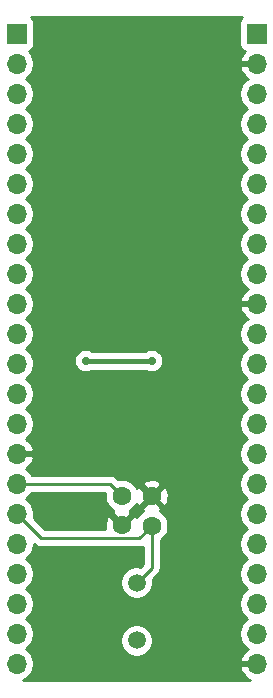
<source format=gbl>
%TF.GenerationSoftware,KiCad,Pcbnew,(5.1.7)-1*%
%TF.CreationDate,2020-11-07T21:13:55-05:00*%
%TF.ProjectId,ATmega32u4 Breakout,41546d65-6761-4333-9275-342042726561,rev?*%
%TF.SameCoordinates,Original*%
%TF.FileFunction,Copper,L2,Bot*%
%TF.FilePolarity,Positive*%
%FSLAX46Y46*%
G04 Gerber Fmt 4.6, Leading zero omitted, Abs format (unit mm)*
G04 Created by KiCad (PCBNEW (5.1.7)-1) date 2020-11-07 21:13:55*
%MOMM*%
%LPD*%
G01*
G04 APERTURE LIST*
%TA.AperFunction,ComponentPad*%
%ADD10C,1.500000*%
%TD*%
%TA.AperFunction,ComponentPad*%
%ADD11R,1.700000X1.700000*%
%TD*%
%TA.AperFunction,ComponentPad*%
%ADD12O,1.700000X1.700000*%
%TD*%
%TA.AperFunction,ComponentPad*%
%ADD13C,1.600000*%
%TD*%
%TA.AperFunction,ViaPad*%
%ADD14C,0.700000*%
%TD*%
%TA.AperFunction,ViaPad*%
%ADD15C,0.800000*%
%TD*%
%TA.AperFunction,Conductor*%
%ADD16C,0.400000*%
%TD*%
%TA.AperFunction,Conductor*%
%ADD17C,0.250000*%
%TD*%
%TA.AperFunction,Conductor*%
%ADD18C,0.254000*%
%TD*%
%TA.AperFunction,Conductor*%
%ADD19C,0.100000*%
%TD*%
G04 APERTURE END LIST*
D10*
%TO.P,Y1,1*%
%TO.N,XTAL1*%
X141986000Y-117602000D03*
%TO.P,Y1,2*%
%TO.N,XTAL2*%
X141986000Y-122482000D03*
%TD*%
D11*
%TO.P,J1,1*%
%TO.N,D7*%
X131826000Y-71120000D03*
D12*
%TO.P,J1,2*%
%TO.N,UVCC*%
X131826000Y-73660000D03*
%TO.P,J1,3*%
%TO.N,D-*%
X131826000Y-76200000D03*
%TO.P,J1,4*%
%TO.N,D+*%
X131826000Y-78740000D03*
%TO.P,J1,5*%
%TO.N,UGND*%
X131826000Y-81280000D03*
%TO.P,J1,6*%
%TO.N,UCAP*%
X131826000Y-83820000D03*
%TO.P,J1,7*%
%TO.N,VBUS*%
X131826000Y-86360000D03*
%TO.P,J1,8*%
%TO.N,PB0*%
X131826000Y-88900000D03*
%TO.P,J1,9*%
%TO.N,PB1*%
X131826000Y-91440000D03*
%TO.P,J1,10*%
%TO.N,PB2*%
X131826000Y-93980000D03*
%TO.P,J1,11*%
%TO.N,PB3*%
X131826000Y-96520000D03*
%TO.P,J1,12*%
%TO.N,PB7*%
X131826000Y-99060000D03*
%TO.P,J1,13*%
%TO.N,RESET*%
X131826000Y-101600000D03*
%TO.P,J1,14*%
%TO.N,VCC*%
X131826000Y-104140000D03*
%TO.P,J1,15*%
%TO.N,GND*%
X131826000Y-106680000D03*
%TO.P,J1,16*%
%TO.N,XTAL2*%
X131826000Y-109220000D03*
%TO.P,J1,17*%
%TO.N,XTAL1*%
X131826000Y-111760000D03*
%TO.P,J1,18*%
%TO.N,PD0*%
X131826000Y-114300000D03*
%TO.P,J1,19*%
%TO.N,PD1*%
X131826000Y-116840000D03*
%TO.P,J1,20*%
%TO.N,PD2*%
X131826000Y-119380000D03*
%TO.P,J1,21*%
%TO.N,PD3*%
X131826000Y-121920000D03*
%TO.P,J1,22*%
%TO.N,PD5*%
X131826000Y-124460000D03*
%TD*%
%TO.P,J2,22*%
%TO.N,GND*%
X152146000Y-124460000D03*
%TO.P,J2,21*%
%TO.N,AVCC*%
X152146000Y-121920000D03*
%TO.P,J2,20*%
%TO.N,PD4*%
X152146000Y-119380000D03*
%TO.P,J2,19*%
%TO.N,PD6*%
X152146000Y-116840000D03*
%TO.P,J2,18*%
%TO.N,PD7*%
X152146000Y-114300000D03*
%TO.P,J2,17*%
%TO.N,PB4*%
X152146000Y-111760000D03*
%TO.P,J2,16*%
%TO.N,PB5*%
X152146000Y-109220000D03*
%TO.P,J2,15*%
%TO.N,PB6*%
X152146000Y-106680000D03*
%TO.P,J2,14*%
%TO.N,PC6*%
X152146000Y-104140000D03*
%TO.P,J2,13*%
%TO.N,PC7*%
X152146000Y-101600000D03*
%TO.P,J2,12*%
%TO.N,PE2*%
X152146000Y-99060000D03*
%TO.P,J2,11*%
%TO.N,VCC*%
X152146000Y-96520000D03*
%TO.P,J2,10*%
%TO.N,GND*%
X152146000Y-93980000D03*
%TO.P,J2,9*%
%TO.N,PF7*%
X152146000Y-91440000D03*
%TO.P,J2,8*%
%TO.N,PF6*%
X152146000Y-88900000D03*
%TO.P,J2,7*%
%TO.N,PF5*%
X152146000Y-86360000D03*
%TO.P,J2,6*%
%TO.N,PF4*%
X152146000Y-83820000D03*
%TO.P,J2,5*%
%TO.N,PF1*%
X152146000Y-81280000D03*
%TO.P,J2,4*%
%TO.N,PF0*%
X152146000Y-78740000D03*
%TO.P,J2,3*%
%TO.N,AREF*%
X152146000Y-76200000D03*
%TO.P,J2,2*%
%TO.N,GND*%
X152146000Y-73660000D03*
D11*
%TO.P,J2,1*%
%TO.N,AVCC*%
X152146000Y-71120000D03*
%TD*%
D13*
%TO.P,C2,1*%
%TO.N,XTAL1*%
X143256000Y-112776000D03*
%TO.P,C2,2*%
%TO.N,GND*%
X143256000Y-110276000D03*
%TD*%
%TO.P,C1,2*%
%TO.N,GND*%
X140716000Y-112736000D03*
%TO.P,C1,1*%
%TO.N,XTAL2*%
X140716000Y-110236000D03*
%TD*%
D14*
%TO.N,VCC*%
X137668000Y-98806000D03*
X143256000Y-98806000D03*
D15*
%TO.N,XTAL1*%
X131826000Y-111760000D03*
%TD*%
D16*
%TO.N,VCC*%
X137668000Y-98806000D02*
X143256000Y-98806000D01*
D17*
%TO.N,XTAL2*%
X131828999Y-109217001D02*
X131826000Y-109220000D01*
X134087412Y-109220000D02*
X131826000Y-109220000D01*
X139700000Y-109220000D02*
X140716000Y-110236000D01*
X134087412Y-109220000D02*
X139700000Y-109220000D01*
%TO.N,XTAL1*%
X141478000Y-117246998D02*
X141478000Y-117856000D01*
X131826000Y-111760000D02*
X131828999Y-111757001D01*
X143256000Y-116332000D02*
X141986000Y-117602000D01*
X143256000Y-112776000D02*
X143256000Y-116332000D01*
X133927001Y-113861001D02*
X131826000Y-111760000D01*
X142170999Y-113861001D02*
X133927001Y-113861001D01*
X143256000Y-112776000D02*
X142170999Y-113861001D01*
%TD*%
D18*
%TO.N,GND*%
X150844815Y-69818815D02*
X150765463Y-69915506D01*
X150706498Y-70025820D01*
X150670188Y-70145518D01*
X150657928Y-70270000D01*
X150657928Y-71970000D01*
X150670188Y-72094482D01*
X150706498Y-72214180D01*
X150765463Y-72324494D01*
X150844815Y-72421185D01*
X150941506Y-72500537D01*
X151051820Y-72559502D01*
X151132466Y-72583966D01*
X151048412Y-72659731D01*
X150874359Y-72893080D01*
X150749175Y-73155901D01*
X150704524Y-73303110D01*
X150825845Y-73533000D01*
X152019000Y-73533000D01*
X152019000Y-73513000D01*
X152273000Y-73513000D01*
X152273000Y-73533000D01*
X152293000Y-73533000D01*
X152293000Y-73787000D01*
X152273000Y-73787000D01*
X152273000Y-73807000D01*
X152019000Y-73807000D01*
X152019000Y-73787000D01*
X150825845Y-73787000D01*
X150704524Y-74016890D01*
X150749175Y-74164099D01*
X150874359Y-74426920D01*
X151048412Y-74660269D01*
X151264645Y-74855178D01*
X151381534Y-74924805D01*
X151199368Y-75046525D01*
X150992525Y-75253368D01*
X150830010Y-75496589D01*
X150718068Y-75766842D01*
X150661000Y-76053740D01*
X150661000Y-76346260D01*
X150718068Y-76633158D01*
X150830010Y-76903411D01*
X150992525Y-77146632D01*
X151199368Y-77353475D01*
X151373760Y-77470000D01*
X151199368Y-77586525D01*
X150992525Y-77793368D01*
X150830010Y-78036589D01*
X150718068Y-78306842D01*
X150661000Y-78593740D01*
X150661000Y-78886260D01*
X150718068Y-79173158D01*
X150830010Y-79443411D01*
X150992525Y-79686632D01*
X151199368Y-79893475D01*
X151373760Y-80010000D01*
X151199368Y-80126525D01*
X150992525Y-80333368D01*
X150830010Y-80576589D01*
X150718068Y-80846842D01*
X150661000Y-81133740D01*
X150661000Y-81426260D01*
X150718068Y-81713158D01*
X150830010Y-81983411D01*
X150992525Y-82226632D01*
X151199368Y-82433475D01*
X151373760Y-82550000D01*
X151199368Y-82666525D01*
X150992525Y-82873368D01*
X150830010Y-83116589D01*
X150718068Y-83386842D01*
X150661000Y-83673740D01*
X150661000Y-83966260D01*
X150718068Y-84253158D01*
X150830010Y-84523411D01*
X150992525Y-84766632D01*
X151199368Y-84973475D01*
X151373760Y-85090000D01*
X151199368Y-85206525D01*
X150992525Y-85413368D01*
X150830010Y-85656589D01*
X150718068Y-85926842D01*
X150661000Y-86213740D01*
X150661000Y-86506260D01*
X150718068Y-86793158D01*
X150830010Y-87063411D01*
X150992525Y-87306632D01*
X151199368Y-87513475D01*
X151373760Y-87630000D01*
X151199368Y-87746525D01*
X150992525Y-87953368D01*
X150830010Y-88196589D01*
X150718068Y-88466842D01*
X150661000Y-88753740D01*
X150661000Y-89046260D01*
X150718068Y-89333158D01*
X150830010Y-89603411D01*
X150992525Y-89846632D01*
X151199368Y-90053475D01*
X151373760Y-90170000D01*
X151199368Y-90286525D01*
X150992525Y-90493368D01*
X150830010Y-90736589D01*
X150718068Y-91006842D01*
X150661000Y-91293740D01*
X150661000Y-91586260D01*
X150718068Y-91873158D01*
X150830010Y-92143411D01*
X150992525Y-92386632D01*
X151199368Y-92593475D01*
X151381534Y-92715195D01*
X151264645Y-92784822D01*
X151048412Y-92979731D01*
X150874359Y-93213080D01*
X150749175Y-93475901D01*
X150704524Y-93623110D01*
X150825845Y-93853000D01*
X152019000Y-93853000D01*
X152019000Y-93833000D01*
X152273000Y-93833000D01*
X152273000Y-93853000D01*
X152293000Y-93853000D01*
X152293000Y-94107000D01*
X152273000Y-94107000D01*
X152273000Y-94127000D01*
X152019000Y-94127000D01*
X152019000Y-94107000D01*
X150825845Y-94107000D01*
X150704524Y-94336890D01*
X150749175Y-94484099D01*
X150874359Y-94746920D01*
X151048412Y-94980269D01*
X151264645Y-95175178D01*
X151381534Y-95244805D01*
X151199368Y-95366525D01*
X150992525Y-95573368D01*
X150830010Y-95816589D01*
X150718068Y-96086842D01*
X150661000Y-96373740D01*
X150661000Y-96666260D01*
X150718068Y-96953158D01*
X150830010Y-97223411D01*
X150992525Y-97466632D01*
X151199368Y-97673475D01*
X151373760Y-97790000D01*
X151199368Y-97906525D01*
X150992525Y-98113368D01*
X150830010Y-98356589D01*
X150718068Y-98626842D01*
X150661000Y-98913740D01*
X150661000Y-99206260D01*
X150718068Y-99493158D01*
X150830010Y-99763411D01*
X150992525Y-100006632D01*
X151199368Y-100213475D01*
X151373760Y-100330000D01*
X151199368Y-100446525D01*
X150992525Y-100653368D01*
X150830010Y-100896589D01*
X150718068Y-101166842D01*
X150661000Y-101453740D01*
X150661000Y-101746260D01*
X150718068Y-102033158D01*
X150830010Y-102303411D01*
X150992525Y-102546632D01*
X151199368Y-102753475D01*
X151373760Y-102870000D01*
X151199368Y-102986525D01*
X150992525Y-103193368D01*
X150830010Y-103436589D01*
X150718068Y-103706842D01*
X150661000Y-103993740D01*
X150661000Y-104286260D01*
X150718068Y-104573158D01*
X150830010Y-104843411D01*
X150992525Y-105086632D01*
X151199368Y-105293475D01*
X151373760Y-105410000D01*
X151199368Y-105526525D01*
X150992525Y-105733368D01*
X150830010Y-105976589D01*
X150718068Y-106246842D01*
X150661000Y-106533740D01*
X150661000Y-106826260D01*
X150718068Y-107113158D01*
X150830010Y-107383411D01*
X150992525Y-107626632D01*
X151199368Y-107833475D01*
X151373760Y-107950000D01*
X151199368Y-108066525D01*
X150992525Y-108273368D01*
X150830010Y-108516589D01*
X150718068Y-108786842D01*
X150661000Y-109073740D01*
X150661000Y-109366260D01*
X150718068Y-109653158D01*
X150830010Y-109923411D01*
X150992525Y-110166632D01*
X151199368Y-110373475D01*
X151373760Y-110490000D01*
X151199368Y-110606525D01*
X150992525Y-110813368D01*
X150830010Y-111056589D01*
X150718068Y-111326842D01*
X150661000Y-111613740D01*
X150661000Y-111906260D01*
X150718068Y-112193158D01*
X150830010Y-112463411D01*
X150992525Y-112706632D01*
X151199368Y-112913475D01*
X151373760Y-113030000D01*
X151199368Y-113146525D01*
X150992525Y-113353368D01*
X150830010Y-113596589D01*
X150718068Y-113866842D01*
X150661000Y-114153740D01*
X150661000Y-114446260D01*
X150718068Y-114733158D01*
X150830010Y-115003411D01*
X150992525Y-115246632D01*
X151199368Y-115453475D01*
X151373760Y-115570000D01*
X151199368Y-115686525D01*
X150992525Y-115893368D01*
X150830010Y-116136589D01*
X150718068Y-116406842D01*
X150661000Y-116693740D01*
X150661000Y-116986260D01*
X150718068Y-117273158D01*
X150830010Y-117543411D01*
X150992525Y-117786632D01*
X151199368Y-117993475D01*
X151373760Y-118110000D01*
X151199368Y-118226525D01*
X150992525Y-118433368D01*
X150830010Y-118676589D01*
X150718068Y-118946842D01*
X150661000Y-119233740D01*
X150661000Y-119526260D01*
X150718068Y-119813158D01*
X150830010Y-120083411D01*
X150992525Y-120326632D01*
X151199368Y-120533475D01*
X151373760Y-120650000D01*
X151199368Y-120766525D01*
X150992525Y-120973368D01*
X150830010Y-121216589D01*
X150718068Y-121486842D01*
X150661000Y-121773740D01*
X150661000Y-122066260D01*
X150718068Y-122353158D01*
X150830010Y-122623411D01*
X150992525Y-122866632D01*
X151199368Y-123073475D01*
X151381534Y-123195195D01*
X151264645Y-123264822D01*
X151048412Y-123459731D01*
X150874359Y-123693080D01*
X150749175Y-123955901D01*
X150704524Y-124103110D01*
X150825845Y-124333000D01*
X152019000Y-124333000D01*
X152019000Y-124313000D01*
X152273000Y-124313000D01*
X152273000Y-124333000D01*
X152293000Y-124333000D01*
X152293000Y-124587000D01*
X152273000Y-124587000D01*
X152273000Y-124607000D01*
X152019000Y-124607000D01*
X152019000Y-124587000D01*
X150825845Y-124587000D01*
X150704524Y-124816890D01*
X150749175Y-124964099D01*
X150874359Y-125226920D01*
X151048412Y-125460269D01*
X151264645Y-125655178D01*
X151514748Y-125804157D01*
X151593239Y-125832000D01*
X132394190Y-125832000D01*
X132529411Y-125775990D01*
X132772632Y-125613475D01*
X132979475Y-125406632D01*
X133141990Y-125163411D01*
X133253932Y-124893158D01*
X133311000Y-124606260D01*
X133311000Y-124313740D01*
X133253932Y-124026842D01*
X133141990Y-123756589D01*
X132979475Y-123513368D01*
X132772632Y-123306525D01*
X132598240Y-123190000D01*
X132772632Y-123073475D01*
X132979475Y-122866632D01*
X133141990Y-122623411D01*
X133253932Y-122353158D01*
X133255437Y-122345589D01*
X140601000Y-122345589D01*
X140601000Y-122618411D01*
X140654225Y-122885989D01*
X140758629Y-123138043D01*
X140910201Y-123364886D01*
X141103114Y-123557799D01*
X141329957Y-123709371D01*
X141582011Y-123813775D01*
X141849589Y-123867000D01*
X142122411Y-123867000D01*
X142389989Y-123813775D01*
X142642043Y-123709371D01*
X142868886Y-123557799D01*
X143061799Y-123364886D01*
X143213371Y-123138043D01*
X143317775Y-122885989D01*
X143371000Y-122618411D01*
X143371000Y-122345589D01*
X143317775Y-122078011D01*
X143213371Y-121825957D01*
X143061799Y-121599114D01*
X142868886Y-121406201D01*
X142642043Y-121254629D01*
X142389989Y-121150225D01*
X142122411Y-121097000D01*
X141849589Y-121097000D01*
X141582011Y-121150225D01*
X141329957Y-121254629D01*
X141103114Y-121406201D01*
X140910201Y-121599114D01*
X140758629Y-121825957D01*
X140654225Y-122078011D01*
X140601000Y-122345589D01*
X133255437Y-122345589D01*
X133311000Y-122066260D01*
X133311000Y-121773740D01*
X133253932Y-121486842D01*
X133141990Y-121216589D01*
X132979475Y-120973368D01*
X132772632Y-120766525D01*
X132598240Y-120650000D01*
X132772632Y-120533475D01*
X132979475Y-120326632D01*
X133141990Y-120083411D01*
X133253932Y-119813158D01*
X133311000Y-119526260D01*
X133311000Y-119233740D01*
X133253932Y-118946842D01*
X133141990Y-118676589D01*
X132979475Y-118433368D01*
X132772632Y-118226525D01*
X132598240Y-118110000D01*
X132772632Y-117993475D01*
X132979475Y-117786632D01*
X133141990Y-117543411D01*
X133253932Y-117273158D01*
X133311000Y-116986260D01*
X133311000Y-116693740D01*
X133253932Y-116406842D01*
X133141990Y-116136589D01*
X132979475Y-115893368D01*
X132772632Y-115686525D01*
X132598240Y-115570000D01*
X132772632Y-115453475D01*
X132979475Y-115246632D01*
X133141990Y-115003411D01*
X133253932Y-114733158D01*
X133311000Y-114446260D01*
X133311000Y-114319802D01*
X133363202Y-114372004D01*
X133387000Y-114401002D01*
X133415998Y-114424800D01*
X133502724Y-114495975D01*
X133634754Y-114566547D01*
X133778015Y-114610004D01*
X133889668Y-114621001D01*
X133889677Y-114621001D01*
X133927000Y-114624677D01*
X133964323Y-114621001D01*
X142133677Y-114621001D01*
X142170999Y-114624677D01*
X142208321Y-114621001D01*
X142208332Y-114621001D01*
X142319985Y-114610004D01*
X142463246Y-114566547D01*
X142496000Y-114549039D01*
X142496001Y-116017197D01*
X142267365Y-116245833D01*
X142122411Y-116217000D01*
X141849589Y-116217000D01*
X141582011Y-116270225D01*
X141329957Y-116374629D01*
X141103114Y-116526201D01*
X140910201Y-116719114D01*
X140758629Y-116945957D01*
X140654225Y-117198011D01*
X140601000Y-117465589D01*
X140601000Y-117738411D01*
X140654225Y-118005989D01*
X140758629Y-118258043D01*
X140910201Y-118484886D01*
X141103114Y-118677799D01*
X141329957Y-118829371D01*
X141582011Y-118933775D01*
X141849589Y-118987000D01*
X142122411Y-118987000D01*
X142389989Y-118933775D01*
X142642043Y-118829371D01*
X142868886Y-118677799D01*
X143061799Y-118484886D01*
X143213371Y-118258043D01*
X143317775Y-118005989D01*
X143371000Y-117738411D01*
X143371000Y-117465589D01*
X143342167Y-117320635D01*
X143767003Y-116895799D01*
X143796001Y-116872001D01*
X143890974Y-116756276D01*
X143961546Y-116624247D01*
X144005003Y-116480986D01*
X144016000Y-116369333D01*
X144016000Y-116369324D01*
X144019676Y-116332001D01*
X144016000Y-116294678D01*
X144016000Y-113994043D01*
X144170759Y-113890637D01*
X144370637Y-113690759D01*
X144527680Y-113455727D01*
X144635853Y-113194574D01*
X144691000Y-112917335D01*
X144691000Y-112634665D01*
X144635853Y-112357426D01*
X144527680Y-112096273D01*
X144370637Y-111861241D01*
X144170759Y-111661363D01*
X143970131Y-111527308D01*
X143997514Y-111512671D01*
X144069097Y-111268702D01*
X143256000Y-110455605D01*
X142442903Y-111268702D01*
X142514486Y-111512671D01*
X142543341Y-111526324D01*
X142341241Y-111661363D01*
X142141363Y-111861241D01*
X141996963Y-112077351D01*
X141952671Y-111994486D01*
X141708702Y-111922903D01*
X140895605Y-112736000D01*
X140909748Y-112750143D01*
X140730143Y-112929748D01*
X140716000Y-112915605D01*
X140701858Y-112929748D01*
X140522253Y-112750143D01*
X140536395Y-112736000D01*
X139723298Y-111922903D01*
X139479329Y-111994486D01*
X139358429Y-112249996D01*
X139289700Y-112524184D01*
X139275783Y-112806512D01*
X139317213Y-113086130D01*
X139322531Y-113101001D01*
X134241803Y-113101001D01*
X133267209Y-112126408D01*
X133311000Y-111906260D01*
X133311000Y-111613740D01*
X133253932Y-111326842D01*
X133141990Y-111056589D01*
X132979475Y-110813368D01*
X132772632Y-110606525D01*
X132598240Y-110490000D01*
X132772632Y-110373475D01*
X132979475Y-110166632D01*
X133104178Y-109980000D01*
X139303809Y-109980000D01*
X139281000Y-110094665D01*
X139281000Y-110377335D01*
X139336147Y-110654574D01*
X139444320Y-110915727D01*
X139601363Y-111150759D01*
X139801241Y-111350637D01*
X140001869Y-111484692D01*
X139974486Y-111499329D01*
X139902903Y-111743298D01*
X140716000Y-112556395D01*
X141529097Y-111743298D01*
X141457514Y-111499329D01*
X141428659Y-111485676D01*
X141630759Y-111350637D01*
X141830637Y-111150759D01*
X141975037Y-110934649D01*
X142019329Y-111017514D01*
X142263298Y-111089097D01*
X143076395Y-110276000D01*
X143435605Y-110276000D01*
X144248702Y-111089097D01*
X144492671Y-111017514D01*
X144613571Y-110762004D01*
X144682300Y-110487816D01*
X144696217Y-110205488D01*
X144654787Y-109925870D01*
X144559603Y-109659708D01*
X144492671Y-109534486D01*
X144248702Y-109462903D01*
X143435605Y-110276000D01*
X143076395Y-110276000D01*
X142263298Y-109462903D01*
X142019329Y-109534486D01*
X141997641Y-109580321D01*
X141987680Y-109556273D01*
X141830637Y-109321241D01*
X141792694Y-109283298D01*
X142442903Y-109283298D01*
X143256000Y-110096395D01*
X144069097Y-109283298D01*
X143997514Y-109039329D01*
X143742004Y-108918429D01*
X143467816Y-108849700D01*
X143185488Y-108835783D01*
X142905870Y-108877213D01*
X142639708Y-108972397D01*
X142514486Y-109039329D01*
X142442903Y-109283298D01*
X141792694Y-109283298D01*
X141630759Y-109121363D01*
X141395727Y-108964320D01*
X141134574Y-108856147D01*
X140857335Y-108801000D01*
X140574665Y-108801000D01*
X140392113Y-108837312D01*
X140263804Y-108709002D01*
X140240001Y-108679999D01*
X140124276Y-108585026D01*
X139992247Y-108514454D01*
X139848986Y-108470997D01*
X139737333Y-108460000D01*
X139737322Y-108460000D01*
X139700000Y-108456324D01*
X139662678Y-108460000D01*
X133104178Y-108460000D01*
X132979475Y-108273368D01*
X132772632Y-108066525D01*
X132590466Y-107944805D01*
X132707355Y-107875178D01*
X132923588Y-107680269D01*
X133097641Y-107446920D01*
X133222825Y-107184099D01*
X133267476Y-107036890D01*
X133146155Y-106807000D01*
X131953000Y-106807000D01*
X131953000Y-106827000D01*
X131699000Y-106827000D01*
X131699000Y-106807000D01*
X131679000Y-106807000D01*
X131679000Y-106553000D01*
X131699000Y-106553000D01*
X131699000Y-106533000D01*
X131953000Y-106533000D01*
X131953000Y-106553000D01*
X133146155Y-106553000D01*
X133267476Y-106323110D01*
X133222825Y-106175901D01*
X133097641Y-105913080D01*
X132923588Y-105679731D01*
X132707355Y-105484822D01*
X132590466Y-105415195D01*
X132772632Y-105293475D01*
X132979475Y-105086632D01*
X133141990Y-104843411D01*
X133253932Y-104573158D01*
X133311000Y-104286260D01*
X133311000Y-103993740D01*
X133253932Y-103706842D01*
X133141990Y-103436589D01*
X132979475Y-103193368D01*
X132772632Y-102986525D01*
X132598240Y-102870000D01*
X132772632Y-102753475D01*
X132979475Y-102546632D01*
X133141990Y-102303411D01*
X133253932Y-102033158D01*
X133311000Y-101746260D01*
X133311000Y-101453740D01*
X133253932Y-101166842D01*
X133141990Y-100896589D01*
X132979475Y-100653368D01*
X132772632Y-100446525D01*
X132598240Y-100330000D01*
X132772632Y-100213475D01*
X132979475Y-100006632D01*
X133141990Y-99763411D01*
X133253932Y-99493158D01*
X133311000Y-99206260D01*
X133311000Y-98913740D01*
X133270272Y-98708986D01*
X136683000Y-98708986D01*
X136683000Y-98903014D01*
X136720853Y-99093314D01*
X136795104Y-99272572D01*
X136902901Y-99433901D01*
X137040099Y-99571099D01*
X137201428Y-99678896D01*
X137380686Y-99753147D01*
X137570986Y-99791000D01*
X137765014Y-99791000D01*
X137955314Y-99753147D01*
X138134572Y-99678896D01*
X138191287Y-99641000D01*
X142732713Y-99641000D01*
X142789428Y-99678896D01*
X142968686Y-99753147D01*
X143158986Y-99791000D01*
X143353014Y-99791000D01*
X143543314Y-99753147D01*
X143722572Y-99678896D01*
X143883901Y-99571099D01*
X144021099Y-99433901D01*
X144128896Y-99272572D01*
X144203147Y-99093314D01*
X144241000Y-98903014D01*
X144241000Y-98708986D01*
X144203147Y-98518686D01*
X144128896Y-98339428D01*
X144021099Y-98178099D01*
X143883901Y-98040901D01*
X143722572Y-97933104D01*
X143543314Y-97858853D01*
X143353014Y-97821000D01*
X143158986Y-97821000D01*
X142968686Y-97858853D01*
X142789428Y-97933104D01*
X142732713Y-97971000D01*
X138191287Y-97971000D01*
X138134572Y-97933104D01*
X137955314Y-97858853D01*
X137765014Y-97821000D01*
X137570986Y-97821000D01*
X137380686Y-97858853D01*
X137201428Y-97933104D01*
X137040099Y-98040901D01*
X136902901Y-98178099D01*
X136795104Y-98339428D01*
X136720853Y-98518686D01*
X136683000Y-98708986D01*
X133270272Y-98708986D01*
X133253932Y-98626842D01*
X133141990Y-98356589D01*
X132979475Y-98113368D01*
X132772632Y-97906525D01*
X132598240Y-97790000D01*
X132772632Y-97673475D01*
X132979475Y-97466632D01*
X133141990Y-97223411D01*
X133253932Y-96953158D01*
X133311000Y-96666260D01*
X133311000Y-96373740D01*
X133253932Y-96086842D01*
X133141990Y-95816589D01*
X132979475Y-95573368D01*
X132772632Y-95366525D01*
X132598240Y-95250000D01*
X132772632Y-95133475D01*
X132979475Y-94926632D01*
X133141990Y-94683411D01*
X133253932Y-94413158D01*
X133311000Y-94126260D01*
X133311000Y-93833740D01*
X133253932Y-93546842D01*
X133141990Y-93276589D01*
X132979475Y-93033368D01*
X132772632Y-92826525D01*
X132598240Y-92710000D01*
X132772632Y-92593475D01*
X132979475Y-92386632D01*
X133141990Y-92143411D01*
X133253932Y-91873158D01*
X133311000Y-91586260D01*
X133311000Y-91293740D01*
X133253932Y-91006842D01*
X133141990Y-90736589D01*
X132979475Y-90493368D01*
X132772632Y-90286525D01*
X132598240Y-90170000D01*
X132772632Y-90053475D01*
X132979475Y-89846632D01*
X133141990Y-89603411D01*
X133253932Y-89333158D01*
X133311000Y-89046260D01*
X133311000Y-88753740D01*
X133253932Y-88466842D01*
X133141990Y-88196589D01*
X132979475Y-87953368D01*
X132772632Y-87746525D01*
X132598240Y-87630000D01*
X132772632Y-87513475D01*
X132979475Y-87306632D01*
X133141990Y-87063411D01*
X133253932Y-86793158D01*
X133311000Y-86506260D01*
X133311000Y-86213740D01*
X133253932Y-85926842D01*
X133141990Y-85656589D01*
X132979475Y-85413368D01*
X132772632Y-85206525D01*
X132598240Y-85090000D01*
X132772632Y-84973475D01*
X132979475Y-84766632D01*
X133141990Y-84523411D01*
X133253932Y-84253158D01*
X133311000Y-83966260D01*
X133311000Y-83673740D01*
X133253932Y-83386842D01*
X133141990Y-83116589D01*
X132979475Y-82873368D01*
X132772632Y-82666525D01*
X132598240Y-82550000D01*
X132772632Y-82433475D01*
X132979475Y-82226632D01*
X133141990Y-81983411D01*
X133253932Y-81713158D01*
X133311000Y-81426260D01*
X133311000Y-81133740D01*
X133253932Y-80846842D01*
X133141990Y-80576589D01*
X132979475Y-80333368D01*
X132772632Y-80126525D01*
X132598240Y-80010000D01*
X132772632Y-79893475D01*
X132979475Y-79686632D01*
X133141990Y-79443411D01*
X133253932Y-79173158D01*
X133311000Y-78886260D01*
X133311000Y-78593740D01*
X133253932Y-78306842D01*
X133141990Y-78036589D01*
X132979475Y-77793368D01*
X132772632Y-77586525D01*
X132598240Y-77470000D01*
X132772632Y-77353475D01*
X132979475Y-77146632D01*
X133141990Y-76903411D01*
X133253932Y-76633158D01*
X133311000Y-76346260D01*
X133311000Y-76053740D01*
X133253932Y-75766842D01*
X133141990Y-75496589D01*
X132979475Y-75253368D01*
X132772632Y-75046525D01*
X132598240Y-74930000D01*
X132772632Y-74813475D01*
X132979475Y-74606632D01*
X133141990Y-74363411D01*
X133253932Y-74093158D01*
X133311000Y-73806260D01*
X133311000Y-73513740D01*
X133253932Y-73226842D01*
X133141990Y-72956589D01*
X132979475Y-72713368D01*
X132847620Y-72581513D01*
X132920180Y-72559502D01*
X133030494Y-72500537D01*
X133127185Y-72421185D01*
X133206537Y-72324494D01*
X133265502Y-72214180D01*
X133301812Y-72094482D01*
X133314072Y-71970000D01*
X133314072Y-70270000D01*
X133301812Y-70145518D01*
X133265502Y-70025820D01*
X133206537Y-69915506D01*
X133127185Y-69818815D01*
X133040896Y-69748000D01*
X150931104Y-69748000D01*
X150844815Y-69818815D01*
%TA.AperFunction,Conductor*%
D19*
G36*
X150844815Y-69818815D02*
G01*
X150765463Y-69915506D01*
X150706498Y-70025820D01*
X150670188Y-70145518D01*
X150657928Y-70270000D01*
X150657928Y-71970000D01*
X150670188Y-72094482D01*
X150706498Y-72214180D01*
X150765463Y-72324494D01*
X150844815Y-72421185D01*
X150941506Y-72500537D01*
X151051820Y-72559502D01*
X151132466Y-72583966D01*
X151048412Y-72659731D01*
X150874359Y-72893080D01*
X150749175Y-73155901D01*
X150704524Y-73303110D01*
X150825845Y-73533000D01*
X152019000Y-73533000D01*
X152019000Y-73513000D01*
X152273000Y-73513000D01*
X152273000Y-73533000D01*
X152293000Y-73533000D01*
X152293000Y-73787000D01*
X152273000Y-73787000D01*
X152273000Y-73807000D01*
X152019000Y-73807000D01*
X152019000Y-73787000D01*
X150825845Y-73787000D01*
X150704524Y-74016890D01*
X150749175Y-74164099D01*
X150874359Y-74426920D01*
X151048412Y-74660269D01*
X151264645Y-74855178D01*
X151381534Y-74924805D01*
X151199368Y-75046525D01*
X150992525Y-75253368D01*
X150830010Y-75496589D01*
X150718068Y-75766842D01*
X150661000Y-76053740D01*
X150661000Y-76346260D01*
X150718068Y-76633158D01*
X150830010Y-76903411D01*
X150992525Y-77146632D01*
X151199368Y-77353475D01*
X151373760Y-77470000D01*
X151199368Y-77586525D01*
X150992525Y-77793368D01*
X150830010Y-78036589D01*
X150718068Y-78306842D01*
X150661000Y-78593740D01*
X150661000Y-78886260D01*
X150718068Y-79173158D01*
X150830010Y-79443411D01*
X150992525Y-79686632D01*
X151199368Y-79893475D01*
X151373760Y-80010000D01*
X151199368Y-80126525D01*
X150992525Y-80333368D01*
X150830010Y-80576589D01*
X150718068Y-80846842D01*
X150661000Y-81133740D01*
X150661000Y-81426260D01*
X150718068Y-81713158D01*
X150830010Y-81983411D01*
X150992525Y-82226632D01*
X151199368Y-82433475D01*
X151373760Y-82550000D01*
X151199368Y-82666525D01*
X150992525Y-82873368D01*
X150830010Y-83116589D01*
X150718068Y-83386842D01*
X150661000Y-83673740D01*
X150661000Y-83966260D01*
X150718068Y-84253158D01*
X150830010Y-84523411D01*
X150992525Y-84766632D01*
X151199368Y-84973475D01*
X151373760Y-85090000D01*
X151199368Y-85206525D01*
X150992525Y-85413368D01*
X150830010Y-85656589D01*
X150718068Y-85926842D01*
X150661000Y-86213740D01*
X150661000Y-86506260D01*
X150718068Y-86793158D01*
X150830010Y-87063411D01*
X150992525Y-87306632D01*
X151199368Y-87513475D01*
X151373760Y-87630000D01*
X151199368Y-87746525D01*
X150992525Y-87953368D01*
X150830010Y-88196589D01*
X150718068Y-88466842D01*
X150661000Y-88753740D01*
X150661000Y-89046260D01*
X150718068Y-89333158D01*
X150830010Y-89603411D01*
X150992525Y-89846632D01*
X151199368Y-90053475D01*
X151373760Y-90170000D01*
X151199368Y-90286525D01*
X150992525Y-90493368D01*
X150830010Y-90736589D01*
X150718068Y-91006842D01*
X150661000Y-91293740D01*
X150661000Y-91586260D01*
X150718068Y-91873158D01*
X150830010Y-92143411D01*
X150992525Y-92386632D01*
X151199368Y-92593475D01*
X151381534Y-92715195D01*
X151264645Y-92784822D01*
X151048412Y-92979731D01*
X150874359Y-93213080D01*
X150749175Y-93475901D01*
X150704524Y-93623110D01*
X150825845Y-93853000D01*
X152019000Y-93853000D01*
X152019000Y-93833000D01*
X152273000Y-93833000D01*
X152273000Y-93853000D01*
X152293000Y-93853000D01*
X152293000Y-94107000D01*
X152273000Y-94107000D01*
X152273000Y-94127000D01*
X152019000Y-94127000D01*
X152019000Y-94107000D01*
X150825845Y-94107000D01*
X150704524Y-94336890D01*
X150749175Y-94484099D01*
X150874359Y-94746920D01*
X151048412Y-94980269D01*
X151264645Y-95175178D01*
X151381534Y-95244805D01*
X151199368Y-95366525D01*
X150992525Y-95573368D01*
X150830010Y-95816589D01*
X150718068Y-96086842D01*
X150661000Y-96373740D01*
X150661000Y-96666260D01*
X150718068Y-96953158D01*
X150830010Y-97223411D01*
X150992525Y-97466632D01*
X151199368Y-97673475D01*
X151373760Y-97790000D01*
X151199368Y-97906525D01*
X150992525Y-98113368D01*
X150830010Y-98356589D01*
X150718068Y-98626842D01*
X150661000Y-98913740D01*
X150661000Y-99206260D01*
X150718068Y-99493158D01*
X150830010Y-99763411D01*
X150992525Y-100006632D01*
X151199368Y-100213475D01*
X151373760Y-100330000D01*
X151199368Y-100446525D01*
X150992525Y-100653368D01*
X150830010Y-100896589D01*
X150718068Y-101166842D01*
X150661000Y-101453740D01*
X150661000Y-101746260D01*
X150718068Y-102033158D01*
X150830010Y-102303411D01*
X150992525Y-102546632D01*
X151199368Y-102753475D01*
X151373760Y-102870000D01*
X151199368Y-102986525D01*
X150992525Y-103193368D01*
X150830010Y-103436589D01*
X150718068Y-103706842D01*
X150661000Y-103993740D01*
X150661000Y-104286260D01*
X150718068Y-104573158D01*
X150830010Y-104843411D01*
X150992525Y-105086632D01*
X151199368Y-105293475D01*
X151373760Y-105410000D01*
X151199368Y-105526525D01*
X150992525Y-105733368D01*
X150830010Y-105976589D01*
X150718068Y-106246842D01*
X150661000Y-106533740D01*
X150661000Y-106826260D01*
X150718068Y-107113158D01*
X150830010Y-107383411D01*
X150992525Y-107626632D01*
X151199368Y-107833475D01*
X151373760Y-107950000D01*
X151199368Y-108066525D01*
X150992525Y-108273368D01*
X150830010Y-108516589D01*
X150718068Y-108786842D01*
X150661000Y-109073740D01*
X150661000Y-109366260D01*
X150718068Y-109653158D01*
X150830010Y-109923411D01*
X150992525Y-110166632D01*
X151199368Y-110373475D01*
X151373760Y-110490000D01*
X151199368Y-110606525D01*
X150992525Y-110813368D01*
X150830010Y-111056589D01*
X150718068Y-111326842D01*
X150661000Y-111613740D01*
X150661000Y-111906260D01*
X150718068Y-112193158D01*
X150830010Y-112463411D01*
X150992525Y-112706632D01*
X151199368Y-112913475D01*
X151373760Y-113030000D01*
X151199368Y-113146525D01*
X150992525Y-113353368D01*
X150830010Y-113596589D01*
X150718068Y-113866842D01*
X150661000Y-114153740D01*
X150661000Y-114446260D01*
X150718068Y-114733158D01*
X150830010Y-115003411D01*
X150992525Y-115246632D01*
X151199368Y-115453475D01*
X151373760Y-115570000D01*
X151199368Y-115686525D01*
X150992525Y-115893368D01*
X150830010Y-116136589D01*
X150718068Y-116406842D01*
X150661000Y-116693740D01*
X150661000Y-116986260D01*
X150718068Y-117273158D01*
X150830010Y-117543411D01*
X150992525Y-117786632D01*
X151199368Y-117993475D01*
X151373760Y-118110000D01*
X151199368Y-118226525D01*
X150992525Y-118433368D01*
X150830010Y-118676589D01*
X150718068Y-118946842D01*
X150661000Y-119233740D01*
X150661000Y-119526260D01*
X150718068Y-119813158D01*
X150830010Y-120083411D01*
X150992525Y-120326632D01*
X151199368Y-120533475D01*
X151373760Y-120650000D01*
X151199368Y-120766525D01*
X150992525Y-120973368D01*
X150830010Y-121216589D01*
X150718068Y-121486842D01*
X150661000Y-121773740D01*
X150661000Y-122066260D01*
X150718068Y-122353158D01*
X150830010Y-122623411D01*
X150992525Y-122866632D01*
X151199368Y-123073475D01*
X151381534Y-123195195D01*
X151264645Y-123264822D01*
X151048412Y-123459731D01*
X150874359Y-123693080D01*
X150749175Y-123955901D01*
X150704524Y-124103110D01*
X150825845Y-124333000D01*
X152019000Y-124333000D01*
X152019000Y-124313000D01*
X152273000Y-124313000D01*
X152273000Y-124333000D01*
X152293000Y-124333000D01*
X152293000Y-124587000D01*
X152273000Y-124587000D01*
X152273000Y-124607000D01*
X152019000Y-124607000D01*
X152019000Y-124587000D01*
X150825845Y-124587000D01*
X150704524Y-124816890D01*
X150749175Y-124964099D01*
X150874359Y-125226920D01*
X151048412Y-125460269D01*
X151264645Y-125655178D01*
X151514748Y-125804157D01*
X151593239Y-125832000D01*
X132394190Y-125832000D01*
X132529411Y-125775990D01*
X132772632Y-125613475D01*
X132979475Y-125406632D01*
X133141990Y-125163411D01*
X133253932Y-124893158D01*
X133311000Y-124606260D01*
X133311000Y-124313740D01*
X133253932Y-124026842D01*
X133141990Y-123756589D01*
X132979475Y-123513368D01*
X132772632Y-123306525D01*
X132598240Y-123190000D01*
X132772632Y-123073475D01*
X132979475Y-122866632D01*
X133141990Y-122623411D01*
X133253932Y-122353158D01*
X133255437Y-122345589D01*
X140601000Y-122345589D01*
X140601000Y-122618411D01*
X140654225Y-122885989D01*
X140758629Y-123138043D01*
X140910201Y-123364886D01*
X141103114Y-123557799D01*
X141329957Y-123709371D01*
X141582011Y-123813775D01*
X141849589Y-123867000D01*
X142122411Y-123867000D01*
X142389989Y-123813775D01*
X142642043Y-123709371D01*
X142868886Y-123557799D01*
X143061799Y-123364886D01*
X143213371Y-123138043D01*
X143317775Y-122885989D01*
X143371000Y-122618411D01*
X143371000Y-122345589D01*
X143317775Y-122078011D01*
X143213371Y-121825957D01*
X143061799Y-121599114D01*
X142868886Y-121406201D01*
X142642043Y-121254629D01*
X142389989Y-121150225D01*
X142122411Y-121097000D01*
X141849589Y-121097000D01*
X141582011Y-121150225D01*
X141329957Y-121254629D01*
X141103114Y-121406201D01*
X140910201Y-121599114D01*
X140758629Y-121825957D01*
X140654225Y-122078011D01*
X140601000Y-122345589D01*
X133255437Y-122345589D01*
X133311000Y-122066260D01*
X133311000Y-121773740D01*
X133253932Y-121486842D01*
X133141990Y-121216589D01*
X132979475Y-120973368D01*
X132772632Y-120766525D01*
X132598240Y-120650000D01*
X132772632Y-120533475D01*
X132979475Y-120326632D01*
X133141990Y-120083411D01*
X133253932Y-119813158D01*
X133311000Y-119526260D01*
X133311000Y-119233740D01*
X133253932Y-118946842D01*
X133141990Y-118676589D01*
X132979475Y-118433368D01*
X132772632Y-118226525D01*
X132598240Y-118110000D01*
X132772632Y-117993475D01*
X132979475Y-117786632D01*
X133141990Y-117543411D01*
X133253932Y-117273158D01*
X133311000Y-116986260D01*
X133311000Y-116693740D01*
X133253932Y-116406842D01*
X133141990Y-116136589D01*
X132979475Y-115893368D01*
X132772632Y-115686525D01*
X132598240Y-115570000D01*
X132772632Y-115453475D01*
X132979475Y-115246632D01*
X133141990Y-115003411D01*
X133253932Y-114733158D01*
X133311000Y-114446260D01*
X133311000Y-114319802D01*
X133363202Y-114372004D01*
X133387000Y-114401002D01*
X133415998Y-114424800D01*
X133502724Y-114495975D01*
X133634754Y-114566547D01*
X133778015Y-114610004D01*
X133889668Y-114621001D01*
X133889677Y-114621001D01*
X133927000Y-114624677D01*
X133964323Y-114621001D01*
X142133677Y-114621001D01*
X142170999Y-114624677D01*
X142208321Y-114621001D01*
X142208332Y-114621001D01*
X142319985Y-114610004D01*
X142463246Y-114566547D01*
X142496000Y-114549039D01*
X142496001Y-116017197D01*
X142267365Y-116245833D01*
X142122411Y-116217000D01*
X141849589Y-116217000D01*
X141582011Y-116270225D01*
X141329957Y-116374629D01*
X141103114Y-116526201D01*
X140910201Y-116719114D01*
X140758629Y-116945957D01*
X140654225Y-117198011D01*
X140601000Y-117465589D01*
X140601000Y-117738411D01*
X140654225Y-118005989D01*
X140758629Y-118258043D01*
X140910201Y-118484886D01*
X141103114Y-118677799D01*
X141329957Y-118829371D01*
X141582011Y-118933775D01*
X141849589Y-118987000D01*
X142122411Y-118987000D01*
X142389989Y-118933775D01*
X142642043Y-118829371D01*
X142868886Y-118677799D01*
X143061799Y-118484886D01*
X143213371Y-118258043D01*
X143317775Y-118005989D01*
X143371000Y-117738411D01*
X143371000Y-117465589D01*
X143342167Y-117320635D01*
X143767003Y-116895799D01*
X143796001Y-116872001D01*
X143890974Y-116756276D01*
X143961546Y-116624247D01*
X144005003Y-116480986D01*
X144016000Y-116369333D01*
X144016000Y-116369324D01*
X144019676Y-116332001D01*
X144016000Y-116294678D01*
X144016000Y-113994043D01*
X144170759Y-113890637D01*
X144370637Y-113690759D01*
X144527680Y-113455727D01*
X144635853Y-113194574D01*
X144691000Y-112917335D01*
X144691000Y-112634665D01*
X144635853Y-112357426D01*
X144527680Y-112096273D01*
X144370637Y-111861241D01*
X144170759Y-111661363D01*
X143970131Y-111527308D01*
X143997514Y-111512671D01*
X144069097Y-111268702D01*
X143256000Y-110455605D01*
X142442903Y-111268702D01*
X142514486Y-111512671D01*
X142543341Y-111526324D01*
X142341241Y-111661363D01*
X142141363Y-111861241D01*
X141996963Y-112077351D01*
X141952671Y-111994486D01*
X141708702Y-111922903D01*
X140895605Y-112736000D01*
X140909748Y-112750143D01*
X140730143Y-112929748D01*
X140716000Y-112915605D01*
X140701858Y-112929748D01*
X140522253Y-112750143D01*
X140536395Y-112736000D01*
X139723298Y-111922903D01*
X139479329Y-111994486D01*
X139358429Y-112249996D01*
X139289700Y-112524184D01*
X139275783Y-112806512D01*
X139317213Y-113086130D01*
X139322531Y-113101001D01*
X134241803Y-113101001D01*
X133267209Y-112126408D01*
X133311000Y-111906260D01*
X133311000Y-111613740D01*
X133253932Y-111326842D01*
X133141990Y-111056589D01*
X132979475Y-110813368D01*
X132772632Y-110606525D01*
X132598240Y-110490000D01*
X132772632Y-110373475D01*
X132979475Y-110166632D01*
X133104178Y-109980000D01*
X139303809Y-109980000D01*
X139281000Y-110094665D01*
X139281000Y-110377335D01*
X139336147Y-110654574D01*
X139444320Y-110915727D01*
X139601363Y-111150759D01*
X139801241Y-111350637D01*
X140001869Y-111484692D01*
X139974486Y-111499329D01*
X139902903Y-111743298D01*
X140716000Y-112556395D01*
X141529097Y-111743298D01*
X141457514Y-111499329D01*
X141428659Y-111485676D01*
X141630759Y-111350637D01*
X141830637Y-111150759D01*
X141975037Y-110934649D01*
X142019329Y-111017514D01*
X142263298Y-111089097D01*
X143076395Y-110276000D01*
X143435605Y-110276000D01*
X144248702Y-111089097D01*
X144492671Y-111017514D01*
X144613571Y-110762004D01*
X144682300Y-110487816D01*
X144696217Y-110205488D01*
X144654787Y-109925870D01*
X144559603Y-109659708D01*
X144492671Y-109534486D01*
X144248702Y-109462903D01*
X143435605Y-110276000D01*
X143076395Y-110276000D01*
X142263298Y-109462903D01*
X142019329Y-109534486D01*
X141997641Y-109580321D01*
X141987680Y-109556273D01*
X141830637Y-109321241D01*
X141792694Y-109283298D01*
X142442903Y-109283298D01*
X143256000Y-110096395D01*
X144069097Y-109283298D01*
X143997514Y-109039329D01*
X143742004Y-108918429D01*
X143467816Y-108849700D01*
X143185488Y-108835783D01*
X142905870Y-108877213D01*
X142639708Y-108972397D01*
X142514486Y-109039329D01*
X142442903Y-109283298D01*
X141792694Y-109283298D01*
X141630759Y-109121363D01*
X141395727Y-108964320D01*
X141134574Y-108856147D01*
X140857335Y-108801000D01*
X140574665Y-108801000D01*
X140392113Y-108837312D01*
X140263804Y-108709002D01*
X140240001Y-108679999D01*
X140124276Y-108585026D01*
X139992247Y-108514454D01*
X139848986Y-108470997D01*
X139737333Y-108460000D01*
X139737322Y-108460000D01*
X139700000Y-108456324D01*
X139662678Y-108460000D01*
X133104178Y-108460000D01*
X132979475Y-108273368D01*
X132772632Y-108066525D01*
X132590466Y-107944805D01*
X132707355Y-107875178D01*
X132923588Y-107680269D01*
X133097641Y-107446920D01*
X133222825Y-107184099D01*
X133267476Y-107036890D01*
X133146155Y-106807000D01*
X131953000Y-106807000D01*
X131953000Y-106827000D01*
X131699000Y-106827000D01*
X131699000Y-106807000D01*
X131679000Y-106807000D01*
X131679000Y-106553000D01*
X131699000Y-106553000D01*
X131699000Y-106533000D01*
X131953000Y-106533000D01*
X131953000Y-106553000D01*
X133146155Y-106553000D01*
X133267476Y-106323110D01*
X133222825Y-106175901D01*
X133097641Y-105913080D01*
X132923588Y-105679731D01*
X132707355Y-105484822D01*
X132590466Y-105415195D01*
X132772632Y-105293475D01*
X132979475Y-105086632D01*
X133141990Y-104843411D01*
X133253932Y-104573158D01*
X133311000Y-104286260D01*
X133311000Y-103993740D01*
X133253932Y-103706842D01*
X133141990Y-103436589D01*
X132979475Y-103193368D01*
X132772632Y-102986525D01*
X132598240Y-102870000D01*
X132772632Y-102753475D01*
X132979475Y-102546632D01*
X133141990Y-102303411D01*
X133253932Y-102033158D01*
X133311000Y-101746260D01*
X133311000Y-101453740D01*
X133253932Y-101166842D01*
X133141990Y-100896589D01*
X132979475Y-100653368D01*
X132772632Y-100446525D01*
X132598240Y-100330000D01*
X132772632Y-100213475D01*
X132979475Y-100006632D01*
X133141990Y-99763411D01*
X133253932Y-99493158D01*
X133311000Y-99206260D01*
X133311000Y-98913740D01*
X133270272Y-98708986D01*
X136683000Y-98708986D01*
X136683000Y-98903014D01*
X136720853Y-99093314D01*
X136795104Y-99272572D01*
X136902901Y-99433901D01*
X137040099Y-99571099D01*
X137201428Y-99678896D01*
X137380686Y-99753147D01*
X137570986Y-99791000D01*
X137765014Y-99791000D01*
X137955314Y-99753147D01*
X138134572Y-99678896D01*
X138191287Y-99641000D01*
X142732713Y-99641000D01*
X142789428Y-99678896D01*
X142968686Y-99753147D01*
X143158986Y-99791000D01*
X143353014Y-99791000D01*
X143543314Y-99753147D01*
X143722572Y-99678896D01*
X143883901Y-99571099D01*
X144021099Y-99433901D01*
X144128896Y-99272572D01*
X144203147Y-99093314D01*
X144241000Y-98903014D01*
X144241000Y-98708986D01*
X144203147Y-98518686D01*
X144128896Y-98339428D01*
X144021099Y-98178099D01*
X143883901Y-98040901D01*
X143722572Y-97933104D01*
X143543314Y-97858853D01*
X143353014Y-97821000D01*
X143158986Y-97821000D01*
X142968686Y-97858853D01*
X142789428Y-97933104D01*
X142732713Y-97971000D01*
X138191287Y-97971000D01*
X138134572Y-97933104D01*
X137955314Y-97858853D01*
X137765014Y-97821000D01*
X137570986Y-97821000D01*
X137380686Y-97858853D01*
X137201428Y-97933104D01*
X137040099Y-98040901D01*
X136902901Y-98178099D01*
X136795104Y-98339428D01*
X136720853Y-98518686D01*
X136683000Y-98708986D01*
X133270272Y-98708986D01*
X133253932Y-98626842D01*
X133141990Y-98356589D01*
X132979475Y-98113368D01*
X132772632Y-97906525D01*
X132598240Y-97790000D01*
X132772632Y-97673475D01*
X132979475Y-97466632D01*
X133141990Y-97223411D01*
X133253932Y-96953158D01*
X133311000Y-96666260D01*
X133311000Y-96373740D01*
X133253932Y-96086842D01*
X133141990Y-95816589D01*
X132979475Y-95573368D01*
X132772632Y-95366525D01*
X132598240Y-95250000D01*
X132772632Y-95133475D01*
X132979475Y-94926632D01*
X133141990Y-94683411D01*
X133253932Y-94413158D01*
X133311000Y-94126260D01*
X133311000Y-93833740D01*
X133253932Y-93546842D01*
X133141990Y-93276589D01*
X132979475Y-93033368D01*
X132772632Y-92826525D01*
X132598240Y-92710000D01*
X132772632Y-92593475D01*
X132979475Y-92386632D01*
X133141990Y-92143411D01*
X133253932Y-91873158D01*
X133311000Y-91586260D01*
X133311000Y-91293740D01*
X133253932Y-91006842D01*
X133141990Y-90736589D01*
X132979475Y-90493368D01*
X132772632Y-90286525D01*
X132598240Y-90170000D01*
X132772632Y-90053475D01*
X132979475Y-89846632D01*
X133141990Y-89603411D01*
X133253932Y-89333158D01*
X133311000Y-89046260D01*
X133311000Y-88753740D01*
X133253932Y-88466842D01*
X133141990Y-88196589D01*
X132979475Y-87953368D01*
X132772632Y-87746525D01*
X132598240Y-87630000D01*
X132772632Y-87513475D01*
X132979475Y-87306632D01*
X133141990Y-87063411D01*
X133253932Y-86793158D01*
X133311000Y-86506260D01*
X133311000Y-86213740D01*
X133253932Y-85926842D01*
X133141990Y-85656589D01*
X132979475Y-85413368D01*
X132772632Y-85206525D01*
X132598240Y-85090000D01*
X132772632Y-84973475D01*
X132979475Y-84766632D01*
X133141990Y-84523411D01*
X133253932Y-84253158D01*
X133311000Y-83966260D01*
X133311000Y-83673740D01*
X133253932Y-83386842D01*
X133141990Y-83116589D01*
X132979475Y-82873368D01*
X132772632Y-82666525D01*
X132598240Y-82550000D01*
X132772632Y-82433475D01*
X132979475Y-82226632D01*
X133141990Y-81983411D01*
X133253932Y-81713158D01*
X133311000Y-81426260D01*
X133311000Y-81133740D01*
X133253932Y-80846842D01*
X133141990Y-80576589D01*
X132979475Y-80333368D01*
X132772632Y-80126525D01*
X132598240Y-80010000D01*
X132772632Y-79893475D01*
X132979475Y-79686632D01*
X133141990Y-79443411D01*
X133253932Y-79173158D01*
X133311000Y-78886260D01*
X133311000Y-78593740D01*
X133253932Y-78306842D01*
X133141990Y-78036589D01*
X132979475Y-77793368D01*
X132772632Y-77586525D01*
X132598240Y-77470000D01*
X132772632Y-77353475D01*
X132979475Y-77146632D01*
X133141990Y-76903411D01*
X133253932Y-76633158D01*
X133311000Y-76346260D01*
X133311000Y-76053740D01*
X133253932Y-75766842D01*
X133141990Y-75496589D01*
X132979475Y-75253368D01*
X132772632Y-75046525D01*
X132598240Y-74930000D01*
X132772632Y-74813475D01*
X132979475Y-74606632D01*
X133141990Y-74363411D01*
X133253932Y-74093158D01*
X133311000Y-73806260D01*
X133311000Y-73513740D01*
X133253932Y-73226842D01*
X133141990Y-72956589D01*
X132979475Y-72713368D01*
X132847620Y-72581513D01*
X132920180Y-72559502D01*
X133030494Y-72500537D01*
X133127185Y-72421185D01*
X133206537Y-72324494D01*
X133265502Y-72214180D01*
X133301812Y-72094482D01*
X133314072Y-71970000D01*
X133314072Y-70270000D01*
X133301812Y-70145518D01*
X133265502Y-70025820D01*
X133206537Y-69915506D01*
X133127185Y-69818815D01*
X133040896Y-69748000D01*
X150931104Y-69748000D01*
X150844815Y-69818815D01*
G37*
%TD.AperFunction*%
%TD*%
M02*

</source>
